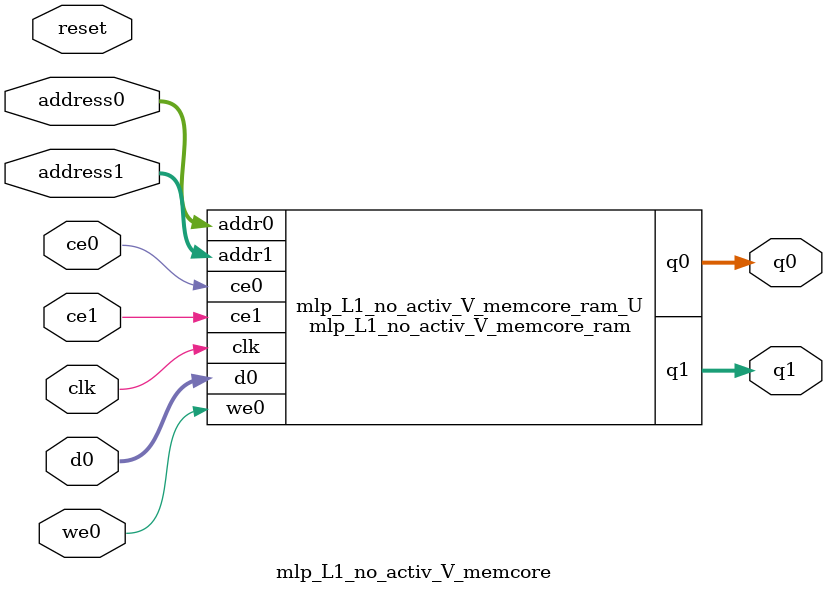
<source format=v>

`timescale 1 ns / 1 ps
module mlp_L1_no_activ_V_memcore_ram (addr0, ce0, d0, we0, q0, addr1, ce1, q1,  clk);

parameter DWIDTH = 18;
parameter AWIDTH = 5;
parameter MEM_SIZE = 25;

input[AWIDTH-1:0] addr0;
input ce0;
input[DWIDTH-1:0] d0;
input we0;
output reg[DWIDTH-1:0] q0;
input[AWIDTH-1:0] addr1;
input ce1;
output reg[DWIDTH-1:0] q1;
input clk;

(* ram_style = "distributed" *)reg [DWIDTH-1:0] ram[0:MEM_SIZE-1];




always @(posedge clk)  
begin 
    if (ce0) 
    begin
        if (we0) 
        begin 
            ram[addr0] <= d0; 
            q0 <= d0;
        end 
        else 
            q0 <= ram[addr0];
    end
end


always @(posedge clk)  
begin 
    if (ce1) 
    begin
            q1 <= ram[addr1];
    end
end


endmodule


`timescale 1 ns / 1 ps
module mlp_L1_no_activ_V_memcore(
    reset,
    clk,
    address0,
    ce0,
    we0,
    d0,
    q0,
    address1,
    ce1,
    q1);

parameter DataWidth = 32'd18;
parameter AddressRange = 32'd25;
parameter AddressWidth = 32'd5;
input reset;
input clk;
input[AddressWidth - 1:0] address0;
input ce0;
input we0;
input[DataWidth - 1:0] d0;
output[DataWidth - 1:0] q0;
input[AddressWidth - 1:0] address1;
input ce1;
output[DataWidth - 1:0] q1;



mlp_L1_no_activ_V_memcore_ram mlp_L1_no_activ_V_memcore_ram_U(
    .clk( clk ),
    .addr0( address0 ),
    .ce0( ce0 ),
    .we0( we0 ),
    .d0( d0 ),
    .q0( q0 ),
    .addr1( address1 ),
    .ce1( ce1 ),
    .q1( q1 ));

endmodule


</source>
